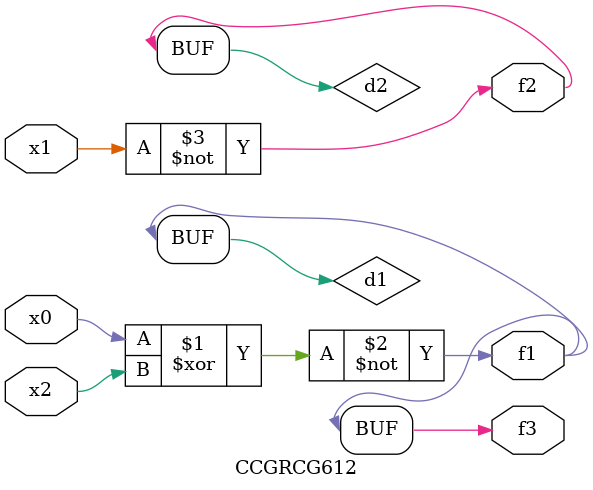
<source format=v>
module CCGRCG612(
	input x0, x1, x2,
	output f1, f2, f3
);

	wire d1, d2, d3;

	xnor (d1, x0, x2);
	nand (d2, x1);
	nor (d3, x1, x2);
	assign f1 = d1;
	assign f2 = d2;
	assign f3 = d1;
endmodule

</source>
